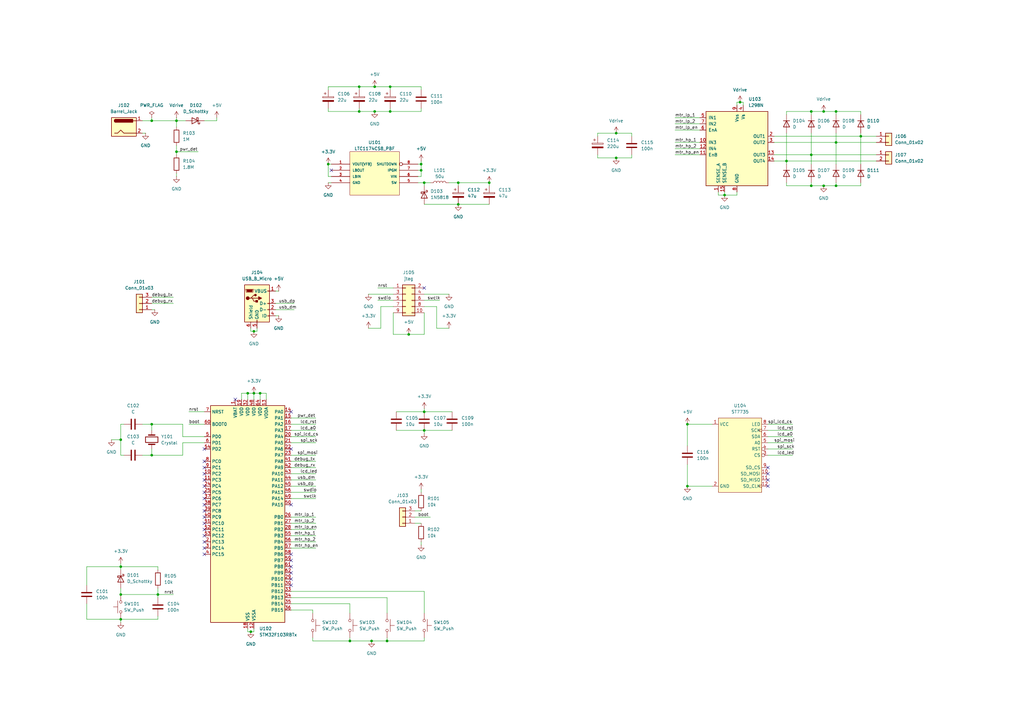
<source format=kicad_sch>
(kicad_sch (version 20231120) (generator "eeschema") (generator_version "8.0")
  (paper "A3")
  (title_block (title "TerrariumController") (rev "A"))
  (lib_symbols
    (symbol "+3.3V_1" (power) (pin_numbers hide) (pin_names (offset 0) hide)
      (property "Value" "+3.3V" (at 0 3.556 0))
      (symbol "+3.3V_1_1_1"
        (pin power_in line (at 0 0 90) (length 0) (name "~") (number "1"))
      )
    )
    (symbol "+5V_1" (power) (pin_numbers hide) (pin_names (offset 0) hide)
      (property "Value" "+5V" (at 0 3.556 0))
      (symbol "+5V_1_1_1"
        (pin power_in line (at 0 0 90) (length 0) (name "~") (number "1"))
      )
    )
    (symbol "Connector:Barrel_Jack" (pin_names (offset 1.016))
      (property "Reference" "J" (at 0 5.334 0))
      (property "Value" "Barrel_Jack" (at 0 -5.08 0))
      (symbol "Barrel_Jack_1_1"
        (pin passive line (at 7.62 2.54 180) (length 2.54) (name "~") (number "1"))
        (pin passive line (at 7.62 -2.54 180) (length 2.54) (name "~") (number "2"))
      )
    )
    (symbol "Connector:USB_B_Micro" (pin_names (offset 1.016))
      (property "Reference" "J" (at -5.08 11.43 0))
      (property "Value" "USB_B_Micro" (at -5.08 8.89 0))
      (symbol "USB_B_Micro_1_1"
        (pin power_out line (at 7.62 5.08 180) (length 2.54) (name "VBUS") (number "1"))
        (pin bidirectional line (at 7.62 -2.54 180) (length 2.54) (name "D-") (number "2"))
        (pin bidirectional line (at 7.62 0 180) (length 2.54) (name "D+") (number "3"))
        (pin passive line (at 7.62 -5.08 180) (length 2.54) (name "ID") (number "4"))
        (pin power_out line (at 0 -10.16 90) (length 2.54) (name "GND") (number "5"))
        (pin passive line (at -2.54 -10.16 90) (length 2.54) (name "Shield") (number "6"))
      )
    )
    (symbol "Connector_Generic:Conn_01x02" (pin_names (offset 1.016) hide)
      (property "Reference" "J" (at 0 2.54 0))
      (property "Value" "Conn_01x02" (at 0 -5.08 0))
      (symbol "Conn_01x02_1_1"
        (pin passive line (at -5.08 0 0) (length 3.81) (name "Pin_1") (number "1"))
        (pin passive line (at -5.08 -2.54 0) (length 3.81) (name "Pin_2") (number "2"))
      )
    )
    (symbol "Connector_Generic:Conn_01x03" (pin_names (offset 1.016) hide)
      (property "Reference" "J" (at 0 5.08 0))
      (property "Value" "Conn_01x03" (at 0 -5.08 0))
      (symbol "Conn_01x03_1_1"
        (pin passive line (at -5.08 2.54 0) (length 3.81) (name "Pin_1") (number "1"))
        (pin passive line (at -5.08 0 0) (length 3.81) (name "Pin_2") (number "2"))
        (pin passive line (at -5.08 -2.54 0) (length 3.81) (name "Pin_3") (number "3"))
      )
    )
    (symbol "Connector_Generic:Conn_02x05_Odd_Even" (pin_names (offset 1.016) hide)
      (property "Reference" "J" (at 1.27 7.62 0))
      (property "Value" "Conn_02x05_Odd_Even" (at 1.27 -7.62 0))
      (symbol "Conn_02x05_Odd_Even_1_1"
        (pin passive line (at -5.08 5.08 0) (length 3.81) (name "Pin_1") (number "1"))
        (pin passive line (at 7.62 -5.08 180) (length 3.81) (name "Pin_10") (number "10"))
        (pin passive line (at 7.62 5.08 180) (length 3.81) (name "Pin_2") (number "2"))
        (pin passive line (at -5.08 2.54 0) (length 3.81) (name "Pin_3") (number "3"))
        (pin passive line (at 7.62 2.54 180) (length 3.81) (name "Pin_4") (number "4"))
        (pin passive line (at -5.08 0 0) (length 3.81) (name "Pin_5") (number "5"))
        (pin passive line (at 7.62 0 180) (length 3.81) (name "Pin_6") (number "6"))
        (pin passive line (at -5.08 -2.54 0) (length 3.81) (name "Pin_7") (number "7"))
        (pin passive line (at 7.62 -2.54 180) (length 3.81) (name "Pin_8") (number "8"))
        (pin passive line (at -5.08 -5.08 0) (length 3.81) (name "Pin_9") (number "9"))
      )
    )
    (symbol "Device:C" (pin_numbers hide) (pin_names (offset 0.254))
      (property "Reference" "C" (at 0.635 2.54 0))
      (property "Value" "C" (at 0.635 -2.54 0))
      (symbol "C_1_1"
        (pin passive line (at 0 3.81 270) (length 2.794) (name "~") (number "1"))
        (pin passive line (at 0 -3.81 90) (length 2.794) (name "~") (number "2"))
      )
    )
    (symbol "Device:C_Polarized" (pin_numbers hide) (pin_names (offset 0.254))
      (property "Reference" "C" (at 0.635 2.54 0))
      (property "Value" "C_Polarized" (at 0.635 -2.54 0))
      (symbol "C_Polarized_1_1"
        (pin passive line (at 0 3.81 270) (length 2.794) (name "~") (number "1"))
        (pin passive line (at 0 -3.81 90) (length 2.794) (name "~") (number "2"))
      )
    )
    (symbol "Device:Crystal" (pin_numbers hide) (pin_names (offset 1.016) hide)
      (property "Reference" "Y" (at 0 3.81 0))
      (property "Value" "Crystal" (at 0 -3.81 0))
      (symbol "Crystal_1_1"
        (pin passive line (at -3.81 0 0) (length 1.27) (name "1") (number "1"))
        (pin passive line (at 3.81 0 180) (length 1.27) (name "2") (number "2"))
      )
    )
    (symbol "Device:D" (pin_numbers hide) (pin_names (offset 1.016) hide)
      (property "Reference" "D" (at 0 2.54 0))
      (property "Value" "D" (at 0 -2.54 0))
      (symbol "D_1_1"
        (pin passive line (at -3.81 0 0) (length 2.54) (name "K") (number "1"))
        (pin passive line (at 3.81 0 180) (length 2.54) (name "A") (number "2"))
      )
    )
    (symbol "Device:D_Schottky" (pin_numbers hide) (pin_names (offset 1.016) hide)
      (property "Reference" "D" (at 0 2.54 0))
      (property "Value" "D_Schottky" (at 0 -2.54 0))
      (symbol "D_Schottky_1_1"
        (pin passive line (at -3.81 0 0) (length 2.54) (name "K") (number "1"))
        (pin passive line (at 3.81 0 180) (length 2.54) (name "A") (number "2"))
      )
    )
    (symbol "Device:L" (pin_numbers hide) (pin_names (offset 1.016) hide)
      (property "Reference" "L" (at -1.27 0 90))
      (property "Value" "L" (at 1.905 0 90))
      (symbol "L_1_1"
        (pin passive line (at 0 3.81 270) (length 1.27) (name "1") (number "1"))
        (pin passive line (at 0 -3.81 90) (length 1.27) (name "2") (number "2"))
      )
    )
    (symbol "Device:R" (pin_numbers hide) (pin_names (offset 0))
      (property "Reference" "R" (at 2.032 0 90))
      (property "Value" "R" (at 0 0 90))
      (symbol "R_1_1"
        (pin passive line (at 0 3.81 270) (length 1.27) (name "~") (number "1"))
        (pin passive line (at 0 -3.81 90) (length 1.27) (name "~") (number "2"))
      )
    )
    (symbol "Diode:1N5818" (pin_numbers hide) (pin_names (offset 1.016) hide)
      (property "Reference" "D" (at 0 2.54 0))
      (property "Value" "1N5818" (at 0 -2.54 0))
      (symbol "1N5818_1_1"
        (pin passive line (at -3.81 0 0) (length 2.54) (name "K") (number "1"))
        (pin passive line (at 3.81 0 180) (length 2.54) (name "A") (number "2"))
      )
    )
    (symbol "Driver_Motor:L298N" (pin_names (offset 1.016))
      (property "Reference" "U" (at -10.16 16.51 0))
      (property "Value" "L298N" (at 12.7 16.51 0))
      (symbol "L298N_1_1"
        (pin power_in line (at -7.62 -17.78 90) (length 2.54) (name "SENSE_A") (number "1"))
        (pin input line (at -15.24 2.54 0) (length 2.54) (name "IN3") (number "10"))
        (pin input line (at -15.24 -2.54 0) (length 2.54) (name "EnB") (number "11"))
        (pin input line (at -15.24 0 0) (length 2.54) (name "IN4") (number "12"))
        (pin output line (at 15.24 -2.54 180) (length 2.54) (name "OUT3") (number "13"))
        (pin output line (at 15.24 -5.08 180) (length 2.54) (name "OUT4") (number "14"))
        (pin power_in line (at -5.08 -17.78 90) (length 2.54) (name "SENSE_B") (number "15"))
        (pin output line (at 15.24 5.08 180) (length 2.54) (name "OUT1") (number "2"))
        (pin output line (at 15.24 2.54 180) (length 2.54) (name "OUT2") (number "3"))
        (pin power_in line (at 2.54 17.78 270) (length 2.54) (name "Vs") (number "4"))
        (pin input line (at -15.24 12.7 0) (length 2.54) (name "IN1") (number "5"))
        (pin input line (at -15.24 7.62 0) (length 2.54) (name "EnA") (number "6"))
        (pin input line (at -15.24 10.16 0) (length 2.54) (name "IN2") (number "7"))
        (pin power_in line (at 0 -17.78 90) (length 2.54) (name "GND") (number "8"))
        (pin power_in line (at 0 17.78 270) (length 2.54) (name "Vss") (number "9"))
      )
    )
    (symbol "GND_1" (power) (pin_numbers hide) (pin_names (offset 0) hide)
      (property "Value" "GND" (at 0 -3.81 0))
      (symbol "GND_1_1_1"
        (pin power_in line (at 0 0 270) (length 0) (name "~") (number "1"))
      )
    )
    (symbol "GND_2" (power) (pin_numbers hide) (pin_names (offset 0) hide)
      (property "Value" "GND" (at 0 -3.81 0))
      (symbol "GND_2_1_1"
        (pin power_in line (at 0 0 270) (length 0) (name "~") (number "1"))
      )
    )
    (symbol "LTC1174CS8_PBF:LTC1174CS8_PBF" (pin_names (offset 1.016))
      (property "Reference" "U101" (at 17.78 8.89 0))
      (property "Value" "LTC1174CS8_PBF" (at 17.78 6.35 0))
      (symbol "LTC1174CS8_PBF_0_0"
        (pin output line (at 0 -2.54 0) (length 7.62) (name "LBOUT") (number "2"))
        (pin input line (at 0 -5.08 0) (length 7.62) (name "LBIN") (number "3"))
        (pin power_in line (at 0 -7.62 0) (length 7.62) (name "GND") (number "4"))
        (pin passive line (at 35.56 -7.62 180) (length 7.62) (name "SW") (number "5"))
        (pin input line (at 35.56 -5.08 180) (length 7.62) (name "VIN") (number "6"))
        (pin passive line (at 35.56 -2.54 180) (length 7.62) (name "IPGM") (number "7"))
      )
      (symbol "LTC1174CS8_PBF_1_0"
        (pin power_out line (at 0 0 0) (length 7.62) (name "VOUT(VFB)") (number "1"))
        (pin passive inverted (at 35.56 0 180) (length 7.62) (name "SHUTDOWN") (number "8"))
      )
    )
    (symbol "MCU_ST_STM32F1:STM32F103RBTx"
      (property "Reference" "U" (at -15.24 46.99 0))
      (property "Value" "STM32F103RBTx" (at 10.16 46.99 0))
      (symbol "STM32F103RBTx_1_1"
        (pin power_in line (at -5.08 48.26 270) (length 2.54) (name "VBAT") (number "1"))
        (pin bidirectional line (at -17.78 17.78 0) (length 2.54) (name "PC2") (number "10"))
        (pin bidirectional line (at -17.78 15.24 0) (length 2.54) (name "PC3") (number "11"))
        (pin power_in line (at 2.54 -45.72 90) (length 2.54) (name "VSSA") (number "12"))
        (pin power_in line (at 7.62 48.26 270) (length 2.54) (name "VDDA") (number "13"))
        (pin bidirectional line (at 17.78 43.18 180) (length 2.54) (name "PA0") (number "14"))
        (pin bidirectional line (at 17.78 40.64 180) (length 2.54) (name "PA1") (number "15"))
        (pin bidirectional line (at 17.78 38.1 180) (length 2.54) (name "PA2") (number "16"))
        (pin bidirectional line (at 17.78 35.56 180) (length 2.54) (name "PA3") (number "17"))
        (pin power_in line (at 0 -45.72 90) (length 2.54) (name "VSS") (number "18"))
        (pin power_in line (at -2.54 48.26 270) (length 2.54) (name "VDD") (number "19"))
        (pin bidirectional line (at -17.78 -10.16 0) (length 2.54) (name "PC13") (number "2"))
        (pin bidirectional line (at 17.78 33.02 180) (length 2.54) (name "PA4") (number "20"))
        (pin bidirectional line (at 17.78 30.48 180) (length 2.54) (name "PA5") (number "21"))
        (pin bidirectional line (at 17.78 27.94 180) (length 2.54) (name "PA6") (number "22"))
        (pin bidirectional line (at 17.78 25.4 180) (length 2.54) (name "PA7") (number "23"))
        (pin bidirectional line (at -17.78 12.7 0) (length 2.54) (name "PC4") (number "24"))
        (pin bidirectional line (at -17.78 10.16 0) (length 2.54) (name "PC5") (number "25"))
        (pin bidirectional line (at 17.78 0 180) (length 2.54) (name "PB0") (number "26"))
        (pin bidirectional line (at 17.78 -2.54 180) (length 2.54) (name "PB1") (number "27"))
        (pin bidirectional line (at 17.78 -5.08 180) (length 2.54) (name "PB2") (number "28"))
        (pin bidirectional line (at 17.78 -25.4 180) (length 2.54) (name "PB10") (number "29"))
        (pin bidirectional line (at -17.78 -12.7 0) (length 2.54) (name "PC14") (number "3"))
        (pin bidirectional line (at 17.78 -27.94 180) (length 2.54) (name "PB11") (number "30"))
        (pin passive line (at 0 -45.72 90) (length 2.54) hide (name "VSS") (number "31"))
        (pin power_in line (at 0 48.26 270) (length 2.54) (name "VDD") (number "32"))
        (pin bidirectional line (at 17.78 -30.48 180) (length 2.54) (name "PB12") (number "33"))
        (pin bidirectional line (at 17.78 -33.02 180) (length 2.54) (name "PB13") (number "34"))
        (pin bidirectional line (at 17.78 -35.56 180) (length 2.54) (name "PB14") (number "35"))
        (pin bidirectional line (at 17.78 -38.1 180) (length 2.54) (name "PB15") (number "36"))
        (pin bidirectional line (at -17.78 7.62 0) (length 2.54) (name "PC6") (number "37"))
        (pin bidirectional line (at -17.78 5.08 0) (length 2.54) (name "PC7") (number "38"))
        (pin bidirectional line (at -17.78 2.54 0) (length 2.54) (name "PC8") (number "39"))
        (pin bidirectional line (at -17.78 -15.24 0) (length 2.54) (name "PC15") (number "4"))
        (pin bidirectional line (at -17.78 0 0) (length 2.54) (name "PC9") (number "40"))
        (pin bidirectional line (at 17.78 22.86 180) (length 2.54) (name "PA8") (number "41"))
        (pin bidirectional line (at 17.78 20.32 180) (length 2.54) (name "PA9") (number "42"))
        (pin bidirectional line (at 17.78 17.78 180) (length 2.54) (name "PA10") (number "43"))
        (pin bidirectional line (at 17.78 15.24 180) (length 2.54) (name "PA11") (number "44"))
        (pin bidirectional line (at 17.78 12.7 180) (length 2.54) (name "PA12") (number "45"))
        (pin bidirectional line (at 17.78 10.16 180) (length 2.54) (name "PA13") (number "46"))
        (pin passive line (at 0 -45.72 90) (length 2.54) hide (name "VSS") (number "47"))
        (pin power_in line (at 2.54 48.26 270) (length 2.54) (name "VDD") (number "48"))
        (pin bidirectional line (at 17.78 7.62 180) (length 2.54) (name "PA14") (number "49"))
        (pin bidirectional line (at -17.78 33.02 0) (length 2.54) (name "PD0") (number "5"))
        (pin bidirectional line (at 17.78 5.08 180) (length 2.54) (name "PA15") (number "50"))
        (pin bidirectional line (at -17.78 -2.54 0) (length 2.54) (name "PC10") (number "51"))
        (pin bidirectional line (at -17.78 -5.08 0) (length 2.54) (name "PC11") (number "52"))
        (pin bidirectional line (at -17.78 -7.62 0) (length 2.54) (name "PC12") (number "53"))
        (pin bidirectional line (at -17.78 27.94 0) (length 2.54) (name "PD2") (number "54"))
        (pin bidirectional line (at 17.78 -7.62 180) (length 2.54) (name "PB3") (number "55"))
        (pin bidirectional line (at 17.78 -10.16 180) (length 2.54) (name "PB4") (number "56"))
        (pin bidirectional line (at 17.78 -12.7 180) (length 2.54) (name "PB5") (number "57"))
        (pin bidirectional line (at 17.78 -15.24 180) (length 2.54) (name "PB6") (number "58"))
        (pin bidirectional line (at 17.78 -17.78 180) (length 2.54) (name "PB7") (number "59"))
        (pin bidirectional line (at -17.78 30.48 0) (length 2.54) (name "PD1") (number "6"))
        (pin input line (at -17.78 38.1 0) (length 2.54) (name "BOOT0") (number "60"))
        (pin bidirectional line (at 17.78 -20.32 180) (length 2.54) (name "PB8") (number "61"))
        (pin bidirectional line (at 17.78 -22.86 180) (length 2.54) (name "PB9") (number "62"))
        (pin passive line (at 0 -45.72 90) (length 2.54) hide (name "VSS") (number "63"))
        (pin power_in line (at 5.08 48.26 270) (length 2.54) (name "VDD") (number "64"))
        (pin input line (at -17.78 43.18 0) (length 2.54) (name "NRST") (number "7"))
        (pin bidirectional line (at -17.78 22.86 0) (length 2.54) (name "PC0") (number "8"))
        (pin bidirectional line (at -17.78 20.32 0) (length 2.54) (name "PC1") (number "9"))
      )
    )
    (symbol "ST7735_1"
      (property "Reference" "U" (at 0 3.81 0))
      (property "Value" "ST7735" (at 0 1.524 0))
      (symbol "ST7735_1_1_1"
        (pin power_in line (at -11.43 -2.54 0) (length 2.54) (name "VCC") (number "1"))
        (pin output line (at 11.43 -22.86 180) (length 2.54) (name "SD_MOSI") (number "10"))
        (pin input line (at 11.43 -25.4 180) (length 2.54) (name "SD_MISO") (number "11"))
        (pin output clock (at 11.43 -27.94 180) (length 2.54) (name "SD_CLK") (number "12"))
        (pin power_in line (at -11.43 -27.94 0) (length 2.54) (name "GND") (number "2"))
        (pin input inverted (at 11.43 -15.24 180) (length 2.54) (name "CS") (number "3"))
        (pin input inverted (at 11.43 -12.7 180) (length 2.54) (name "RST") (number "4"))
        (pin input line (at 11.43 -10.16 180) (length 2.54) (name "A0") (number "5"))
        (pin bidirectional line (at 11.43 -7.62 180) (length 2.54) (name "SDA") (number "6"))
        (pin input clock (at 11.43 -5.08 180) (length 2.54) (name "SCK") (number "7"))
        (pin input line (at 11.43 -2.54 180) (length 2.54) (name "LED") (number "8"))
        (pin output line (at 11.43 -20.32 180) (length 2.54) (name "SD_CS") (number "9"))
      )
    )
    (symbol "Switch:SW_Push" (pin_numbers hide) (pin_names (offset 1.016) hide)
      (property "Reference" "SW" (at 1.27 2.54 0))
      (property "Value" "SW_Push" (at 0 -1.524 0))
      (symbol "SW_Push_0_1"
        (pin passive line (at -5.08 0 0) (length 2.54) (name "1") (number "1"))
        (pin passive line (at 5.08 0 180) (length 2.54) (name "2") (number "2"))
      )
    )
    (symbol "power:PWR_FLAG" (power) (pin_numbers hide) (pin_names (offset 0) hide)
      (property "Value" "PWR_FLAG" (at 0 3.81 0))
      (symbol "PWR_FLAG_0_0"
        (pin power_out line (at 0 0 90) (length 0) (name "~") (number "1"))
      )
    )
    (symbol "power:Vdrive" (power) (pin_numbers hide) (pin_names (offset 0) hide)
      (property "Value" "Vdrive" (at 0 3.556 0))
      (symbol "Vdrive_1_1"
        (pin power_in line (at 0 0 90) (length 0) (name "~") (number "1"))
      )
    )
  )
  (junction (at 281.94 173.99))
  (junction (at 62.23 173.99))
  (junction (at 49.53 243.84))
  (junction (at 337.82 76.2))
  (junction (at 173.99 168.91))
  (junction (at 49.53 180.34))
  (junction (at 160.02 35.56))
  (junction (at 173.99 176.53))
  (junction (at 49.53 254))
  (junction (at 49.53 232.41))
  (junction (at 322.58 66.04))
  (junction (at 158.75 262.89))
  (junction (at 160.02 45.72))
  (junction (at 172.72 69.85))
  (junction (at 62.23 49.53))
  (junction (at 167.64 137.16))
  (junction (at 147.32 45.72))
  (junction (at 303.53 41.91))
  (junction (at 252.73 54.61))
  (junction (at 106.68 161.29))
  (junction (at 332.74 45.72))
  (junction (at 342.9 45.72))
  (junction (at 153.67 45.72))
  (junction (at 104.14 135.89))
  (junction (at 172.72 67.31))
  (junction (at 101.6 161.29))
  (junction (at 134.62 67.31))
  (junction (at 72.39 62.23))
  (junction (at 152.4 262.89))
  (junction (at 64.77 243.84))
  (junction (at 342.9 58.42))
  (junction (at 332.74 63.5))
  (junction (at 332.74 76.2))
  (junction (at 200.66 74.93))
  (junction (at 297.18 80.01))
  (junction (at 187.96 74.93))
  (junction (at 143.51 262.89))
  (junction (at 281.94 199.39))
  (junction (at 102.87 259.08))
  (junction (at 342.9 76.2))
  (junction (at 147.32 35.56))
  (junction (at 104.14 161.29))
  (junction (at 337.82 45.72))
  (junction (at 173.99 74.93))
  (junction (at 187.96 83.82))
  (junction (at 153.67 35.56))
  (junction (at 252.73 64.77))
  (junction (at 353.06 55.88))
  (junction (at 62.23 186.69))
  (junction (at 72.39 49.53))
  (no_connect (at 135.89 69.85))
  (no_connect (at 314.96 194.31))
  (no_connect (at 119.38 184.15))
  (no_connect (at 119.38 234.95))
  (no_connect (at 314.96 196.85))
  (no_connect (at 83.82 222.25))
  (no_connect (at 83.82 217.17))
  (no_connect (at 119.38 229.87))
  (no_connect (at 173.99 118.11))
  (no_connect (at 119.38 227.33))
  (no_connect (at 314.96 199.39))
  (no_connect (at 83.82 191.77))
  (no_connect (at 83.82 219.71))
  (no_connect (at 119.38 232.41))
  (no_connect (at 314.96 191.77))
  (no_connect (at 83.82 201.93))
  (no_connect (at 83.82 189.23))
  (no_connect (at 83.82 209.55))
  (no_connect (at 83.82 184.15))
  (no_connect (at 83.82 212.09))
  (no_connect (at 119.38 237.49))
  (no_connect (at 83.82 196.85))
  (no_connect (at 83.82 214.63))
  (no_connect (at 83.82 194.31))
  (no_connect (at 119.38 168.91))
  (no_connect (at 83.82 224.79))
  (no_connect (at 119.38 240.03))
  (no_connect (at 83.82 227.33))
  (no_connect (at 119.38 207.01))
  (no_connect (at 83.82 207.01))
  (no_connect (at 83.82 199.39))
  (no_connect (at 83.82 204.47))
  (no_connect (at 96.52 163.83))
  (wire (pts (xy 172.72 222.25) (xy 172.72 223.52)))
  (wire (pts (xy 342.9 54.61) (xy 342.9 58.42)))
  (wire (pts (xy 317.5 66.04) (xy 322.58 66.04)))
  (wire (pts (xy 317.5 55.88) (xy 353.06 55.88)))
  (wire (pts (xy 49.53 173.99) (xy 50.8 173.99)))
  (wire (pts (xy 173.99 176.53) (xy 185.42 176.53)))
  (wire (pts (xy 179.07 125.73) (xy 179.07 134.62)))
  (wire (pts (xy 187.96 74.93) (xy 200.66 74.93)))
  (wire (pts (xy 353.06 55.88) (xy 359.41 55.88)))
  (wire (pts (xy 105.41 135.89) (xy 105.41 134.62)))
  (wire (pts (xy 173.99 76.2) (xy 173.99 74.93)))
  (wire (pts (xy 245.11 63.5) (xy 245.11 64.77)))
  (wire (pts (xy 342.9 76.2) (xy 353.06 76.2)))
  (wire (pts (xy 119.38 176.53) (xy 129.54 176.53)))
  (wire (pts (xy 72.39 62.23) (xy 81.28 62.23)))
  (wire (pts (xy 314.96 184.15) (xy 325.12 184.15)))
  (wire (pts (xy 62.23 121.92) (xy 71.12 121.92)))
  (wire (pts (xy 167.64 137.16) (xy 173.99 137.16)))
  (wire (pts (xy 62.23 173.99) (xy 62.23 176.53)))
  (wire (pts (xy 119.38 171.45) (xy 129.54 171.45)))
  (wire (pts (xy 50.8 186.69) (xy 49.53 186.69)))
  (wire (pts (xy 119.38 242.57) (xy 173.99 242.57)))
  (wire (pts (xy 62.23 127) (xy 63.5 127)))
  (wire (pts (xy 332.74 45.72) (xy 337.82 45.72)))
  (wire (pts (xy 134.62 45.72) (xy 147.32 45.72)))
  (wire (pts (xy 119.38 224.79) (xy 129.54 224.79)))
  (wire (pts (xy 162.56 176.53) (xy 173.99 176.53)))
  (wire (pts (xy 102.87 134.62) (xy 102.87 135.89)))
  (wire (pts (xy 72.39 48.26) (xy 72.39 49.53)))
  (wire (pts (xy 128.27 261.62) (xy 128.27 262.89)))
  (wire (pts (xy 64.77 232.41) (xy 64.77 233.68)))
  (wire (pts (xy 322.58 66.04) (xy 322.58 67.31)))
  (wire (pts (xy 158.75 262.89) (xy 173.99 262.89)))
  (wire (pts (xy 35.56 240.03) (xy 35.56 232.41)))
  (wire (pts (xy 106.68 161.29) (xy 109.22 161.29)))
  (wire (pts (xy 170.18 214.63) (xy 172.72 214.63)))
  (wire (pts (xy 170.18 209.55) (xy 172.72 209.55)))
  (wire (pts (xy 147.32 44.45) (xy 147.32 45.72)))
  (wire (pts (xy 332.74 54.61) (xy 332.74 63.5)))
  (wire (pts (xy 77.47 168.91) (xy 83.82 168.91)))
  (wire (pts (xy 173.99 262.89) (xy 173.99 261.62)))
  (wire (pts (xy 101.6 161.29) (xy 101.6 163.83)))
  (wire (pts (xy 99.06 161.29) (xy 101.6 161.29)))
  (wire (pts (xy 88.9 48.26) (xy 88.9 49.53)))
  (wire (pts (xy 276.86 63.5) (xy 287.02 63.5)))
  (wire (pts (xy 72.39 49.53) (xy 76.2 49.53)))
  (wire (pts (xy 104.14 161.29) (xy 106.68 161.29)))
  (wire (pts (xy 302.26 43.18) (xy 302.26 41.91)))
  (wire (pts (xy 119.38 173.99) (xy 129.54 173.99)))
  (wire (pts (xy 153.67 35.56) (xy 160.02 35.56)))
  (wire (pts (xy 143.51 261.62) (xy 143.51 262.89)))
  (wire (pts (xy 173.99 120.65) (xy 184.15 120.65)))
  (wire (pts (xy 134.62 67.31) (xy 135.89 67.31)))
  (wire (pts (xy 187.96 83.82) (xy 200.66 83.82)))
  (wire (pts (xy 179.07 134.62) (xy 184.15 134.62)))
  (wire (pts (xy 62.23 49.53) (xy 72.39 49.53)))
  (wire (pts (xy 161.29 128.27) (xy 161.29 137.16)))
  (wire (pts (xy 259.08 54.61) (xy 259.08 55.88)))
  (wire (pts (xy 49.53 232.41) (xy 64.77 232.41)))
  (wire (pts (xy 83.82 181.61) (xy 74.93 181.61)))
  (wire (pts (xy 49.53 255.27) (xy 49.53 254)))
  (wire (pts (xy 172.72 66.04) (xy 172.72 67.31)))
  (wire (pts (xy 245.11 64.77) (xy 252.73 64.77)))
  (wire (pts (xy 134.62 36.83) (xy 134.62 35.56)))
  (wire (pts (xy 276.86 48.26) (xy 287.02 48.26)))
  (wire (pts (xy 281.94 173.99) (xy 281.94 182.88)))
  (wire (pts (xy 58.42 173.99) (xy 62.23 173.99)))
  (wire (pts (xy 160.02 35.56) (xy 160.02 36.83)))
  (wire (pts (xy 72.39 49.53) (xy 72.39 52.07)))
  (wire (pts (xy 171.45 69.85) (xy 172.72 69.85)))
  (wire (pts (xy 64.77 243.84) (xy 71.12 243.84)))
  (wire (pts (xy 314.96 176.53) (xy 325.12 176.53)))
  (wire (pts (xy 119.38 179.07) (xy 129.54 179.07)))
  (wire (pts (xy 119.38 219.71) (xy 129.54 219.71)))
  (wire (pts (xy 160.02 45.72) (xy 172.72 45.72)))
  (wire (pts (xy 171.45 67.31) (xy 172.72 67.31)))
  (wire (pts (xy 35.56 254) (xy 49.53 254)))
  (wire (pts (xy 106.68 161.29) (xy 106.68 163.83)))
  (wire (pts (xy 173.99 167.64) (xy 173.99 168.91)))
  (wire (pts (xy 297.18 80.01) (xy 302.26 80.01)))
  (wire (pts (xy 332.74 45.72) (xy 332.74 46.99)))
  (wire (pts (xy 322.58 54.61) (xy 322.58 66.04)))
  (wire (pts (xy 245.11 55.88) (xy 245.11 54.61)))
  (wire (pts (xy 297.18 78.74) (xy 297.18 80.01)))
  (wire (pts (xy 173.99 123.19) (xy 180.34 123.19)))
  (wire (pts (xy 252.73 54.61) (xy 259.08 54.61)))
  (wire (pts (xy 64.77 243.84) (xy 64.77 245.11)))
  (wire (pts (xy 245.11 54.61) (xy 252.73 54.61)))
  (wire (pts (xy 342.9 58.42) (xy 342.9 67.31)))
  (wire (pts (xy 134.62 72.39) (xy 134.62 67.31)))
  (wire (pts (xy 187.96 76.2) (xy 187.96 74.93)))
  (wire (pts (xy 58.42 49.53) (xy 62.23 49.53)))
  (wire (pts (xy 135.89 72.39) (xy 134.62 72.39)))
  (wire (pts (xy 322.58 74.93) (xy 322.58 76.2)))
  (wire (pts (xy 64.77 254) (xy 64.77 252.73)))
  (wire (pts (xy 62.23 48.26) (xy 62.23 49.53)))
  (wire (pts (xy 72.39 62.23) (xy 72.39 63.5)))
  (wire (pts (xy 337.82 45.72) (xy 342.9 45.72)))
  (wire (pts (xy 104.14 161.29) (xy 104.14 163.83)))
  (wire (pts (xy 173.99 125.73) (xy 179.07 125.73)))
  (wire (pts (xy 119.38 247.65) (xy 143.51 247.65)))
  (wire (pts (xy 134.62 35.56) (xy 147.32 35.56)))
  (wire (pts (xy 64.77 241.3) (xy 64.77 243.84)))
  (wire (pts (xy 353.06 76.2) (xy 353.06 74.93)))
  (wire (pts (xy 49.53 186.69) (xy 49.53 180.34)))
  (wire (pts (xy 119.38 204.47) (xy 129.54 204.47)))
  (wire (pts (xy 161.29 120.65) (xy 151.13 120.65)))
  (wire (pts (xy 342.9 58.42) (xy 359.41 58.42)))
  (wire (pts (xy 102.87 259.08) (xy 104.14 259.08)))
  (wire (pts (xy 332.74 63.5) (xy 332.74 67.31)))
  (wire (pts (xy 304.8 41.91) (xy 304.8 43.18)))
  (wire (pts (xy 332.74 63.5) (xy 359.41 63.5)))
  (wire (pts (xy 119.38 199.39) (xy 129.54 199.39)))
  (wire (pts (xy 161.29 125.73) (xy 156.21 125.73)))
  (wire (pts (xy 314.96 181.61) (xy 325.12 181.61)))
  (wire (pts (xy 317.5 58.42) (xy 342.9 58.42)))
  (wire (pts (xy 314.96 179.07) (xy 325.12 179.07)))
  (wire (pts (xy 49.53 254) (xy 64.77 254)))
  (wire (pts (xy 276.86 53.34) (xy 287.02 53.34)))
  (wire (pts (xy 134.62 74.93) (xy 135.89 74.93)))
  (wire (pts (xy 119.38 201.93) (xy 129.54 201.93)))
  (wire (pts (xy 156.21 125.73) (xy 156.21 134.62)))
  (wire (pts (xy 160.02 44.45) (xy 160.02 45.72)))
  (wire (pts (xy 292.1 199.39) (xy 281.94 199.39)))
  (wire (pts (xy 113.03 124.46) (xy 120.65 124.46)))
  (wire (pts (xy 62.23 184.15) (xy 62.23 186.69)))
  (wire (pts (xy 119.38 196.85) (xy 129.54 196.85)))
  (wire (pts (xy 147.32 45.72) (xy 153.67 45.72)))
  (wire (pts (xy 35.56 247.65) (xy 35.56 254)))
  (wire (pts (xy 337.82 76.2) (xy 342.9 76.2)))
  (wire (pts (xy 173.99 242.57) (xy 173.99 251.46)))
  (wire (pts (xy 342.9 74.93) (xy 342.9 76.2)))
  (wire (pts (xy 152.4 262.89) (xy 158.75 262.89)))
  (wire (pts (xy 302.26 80.01) (xy 302.26 78.74)))
  (wire (pts (xy 158.75 261.62) (xy 158.75 262.89)))
  (wire (pts (xy 113.03 127) (xy 120.65 127)))
  (wire (pts (xy 317.5 63.5) (xy 332.74 63.5)))
  (wire (pts (xy 302.26 41.91) (xy 303.53 41.91)))
  (wire (pts (xy 128.27 262.89) (xy 143.51 262.89)))
  (wire (pts (xy 62.23 124.46) (xy 71.12 124.46)))
  (wire (pts (xy 156.21 134.62) (xy 151.13 134.62)))
  (wire (pts (xy 109.22 161.29) (xy 109.22 163.83)))
  (wire (pts (xy 88.9 49.53) (xy 83.82 49.53)))
  (wire (pts (xy 72.39 59.69) (xy 72.39 62.23)))
  (wire (pts (xy 72.39 71.12) (xy 72.39 72.39)))
  (wire (pts (xy 259.08 64.77) (xy 259.08 63.5)))
  (wire (pts (xy 49.53 180.34) (xy 49.53 173.99)))
  (wire (pts (xy 99.06 163.83) (xy 99.06 161.29)))
  (wire (pts (xy 101.6 257.81) (xy 101.6 259.08)))
  (wire (pts (xy 101.6 161.29) (xy 104.14 161.29)))
  (wire (pts (xy 184.15 74.93) (xy 187.96 74.93)))
  (wire (pts (xy 314.96 173.99) (xy 325.12 173.99)))
  (wire (pts (xy 252.73 64.77) (xy 259.08 64.77)))
  (wire (pts (xy 161.29 137.16) (xy 167.64 137.16)))
  (wire (pts (xy 83.82 179.07) (xy 74.93 179.07)))
  (wire (pts (xy 353.06 45.72) (xy 353.06 46.99)))
  (wire (pts (xy 276.86 60.96) (xy 287.02 60.96)))
  (wire (pts (xy 276.86 50.8) (xy 287.02 50.8)))
  (wire (pts (xy 153.67 45.72) (xy 160.02 45.72)))
  (wire (pts (xy 119.38 181.61) (xy 129.54 181.61)))
  (wire (pts (xy 119.38 250.19) (xy 128.27 250.19)))
  (wire (pts (xy 172.72 72.39) (xy 172.72 69.85)))
  (wire (pts (xy 62.23 186.69) (xy 74.93 186.69)))
  (wire (pts (xy 173.99 176.53) (xy 173.99 177.8)))
  (wire (pts (xy 77.47 173.99) (xy 83.82 173.99)))
  (wire (pts (xy 58.42 186.69) (xy 62.23 186.69)))
  (wire (pts (xy 119.38 191.77) (xy 129.54 191.77)))
  (wire (pts (xy 173.99 83.82) (xy 187.96 83.82)))
  (wire (pts (xy 147.32 35.56) (xy 147.32 36.83)))
  (wire (pts (xy 281.94 173.99) (xy 292.1 173.99)))
  (wire (pts (xy 49.53 243.84) (xy 64.77 243.84)))
  (wire (pts (xy 134.62 44.45) (xy 134.62 45.72)))
  (wire (pts (xy 173.99 74.93) (xy 171.45 74.93)))
  (wire (pts (xy 35.56 232.41) (xy 49.53 232.41)))
  (wire (pts (xy 322.58 66.04) (xy 359.41 66.04)))
  (wire (pts (xy 147.32 35.56) (xy 153.67 35.56)))
  (wire (pts (xy 332.74 76.2) (xy 337.82 76.2)))
  (wire (pts (xy 49.53 231.14) (xy 49.53 232.41)))
  (wire (pts (xy 104.14 259.08) (xy 104.14 257.81)))
  (wire (pts (xy 342.9 45.72) (xy 353.06 45.72)))
  (wire (pts (xy 143.51 262.89) (xy 152.4 262.89)))
  (wire (pts (xy 119.38 217.17) (xy 129.54 217.17)))
  (wire (pts (xy 102.87 135.89) (xy 104.14 135.89)))
  (wire (pts (xy 113.03 119.38) (xy 114.3 119.38)))
  (wire (pts (xy 74.93 179.07) (xy 74.93 173.99)))
  (wire (pts (xy 49.53 241.3) (xy 49.53 243.84)))
  (wire (pts (xy 314.96 186.69) (xy 325.12 186.69)))
  (wire (pts (xy 119.38 189.23) (xy 129.54 189.23)))
  (wire (pts (xy 172.72 200.66) (xy 172.72 201.93)))
  (wire (pts (xy 158.75 245.11) (xy 158.75 251.46)))
  (wire (pts (xy 119.38 214.63) (xy 129.54 214.63)))
  (wire (pts (xy 119.38 194.31) (xy 129.54 194.31)))
  (wire (pts (xy 173.99 168.91) (xy 185.42 168.91)))
  (wire (pts (xy 119.38 212.09) (xy 129.54 212.09)))
  (wire (pts (xy 322.58 76.2) (xy 332.74 76.2)))
  (wire (pts (xy 162.56 168.91) (xy 173.99 168.91)))
  (wire (pts (xy 172.72 35.56) (xy 172.72 36.83)))
  (wire (pts (xy 160.02 35.56) (xy 172.72 35.56)))
  (wire (pts (xy 294.64 78.74) (xy 294.64 80.01)))
  (wire (pts (xy 101.6 259.08) (xy 102.87 259.08)))
  (wire (pts (xy 74.93 181.61) (xy 74.93 186.69)))
  (wire (pts (xy 154.94 123.19) (xy 161.29 123.19)))
  (wire (pts (xy 332.74 74.93) (xy 332.74 76.2)))
  (wire (pts (xy 62.23 173.99) (xy 74.93 173.99)))
  (wire (pts (xy 353.06 54.61) (xy 353.06 55.88)))
  (wire (pts (xy 128.27 251.46) (xy 128.27 250.19)))
  (wire (pts (xy 173.99 74.93) (xy 176.53 74.93)))
  (wire (pts (xy 294.64 80.01) (xy 297.18 80.01)))
  (wire (pts (xy 119.38 245.11) (xy 158.75 245.11)))
  (wire (pts (xy 59.69 54.61) (xy 58.42 54.61)))
  (wire (pts (xy 170.18 212.09) (xy 176.53 212.09)))
  (wire (pts (xy 342.9 45.72) (xy 342.9 46.99)))
  (wire (pts (xy 143.51 247.65) (xy 143.51 251.46)))
  (wire (pts (xy 281.94 190.5) (xy 281.94 199.39)))
  (wire (pts (xy 45.72 180.34) (xy 49.53 180.34)))
  (wire (pts (xy 172.72 69.85) (xy 172.72 67.31)))
  (wire (pts (xy 303.53 41.91) (xy 304.8 41.91)))
  (wire (pts (xy 276.86 58.42) (xy 287.02 58.42)))
  (wire (pts (xy 173.99 128.27) (xy 173.99 137.16)))
  (wire (pts (xy 172.72 44.45) (xy 172.72 45.72)))
  (wire (pts (xy 104.14 135.89) (xy 105.41 135.89)))
  (wire (pts (xy 322.58 46.99) (xy 322.58 45.72)))
  (wire (pts (xy 113.03 129.54) (xy 114.3 129.54)))
  (wire (pts (xy 322.58 45.72) (xy 332.74 45.72)))
  (wire (pts (xy 119.38 222.25) (xy 129.54 222.25)))
  (wire (pts (xy 49.53 232.41) (xy 49.53 233.68)))
  (wire (pts (xy 171.45 72.39) (xy 172.72 72.39)))
  (wire (pts (xy 200.66 76.2) (xy 200.66 74.93)))
  (wire (pts (xy 119.38 186.69) (xy 129.54 186.69)))
  (wire (pts (xy 353.06 55.88) (xy 353.06 67.31)))
  (wire (pts (xy 154.94 118.11) (xy 161.29 118.11)))
  (label "nrst" (at 77.47 168.91 0))
  (label "spi_sck" (at 318.77 184.15 0))
  (label "mtr_lp_en" (at 120.65 217.17 0))
  (label "debug_rx" (at 120.65 191.77 0))
  (label "usb_dp" (at 121.92 199.39 0))
  (label "mtr_lp_2" (at 276.86 50.8 0))
  (label "mtr_lp_1" (at 120.65 212.09 0))
  (label "usb_dm" (at 114.3 127 0))
  (label "lcd_rst" (at 318.77 176.53 0))
  (label "mtr_lp_en" (at 276.86 53.34 0))
  (label "swdio" (at 124.46 201.93 0))
  (label "lcd_led" (at 318.77 186.69 0))
  (label "mtr_hp_1" (at 120.65 219.71 0))
  (label "mtr_hp_en" (at 276.86 63.5 0))
  (label "lcd_a0" (at 318.77 179.07 0))
  (label "spi_lcd_cs" (at 120.65 179.07 0))
  (label "usb_dm" (at 121.92 196.85 0))
  (label "pwr_det" (at 121.92 171.45 0))
  (label "swdio" (at 154.94 123.19 0))
  (label "spi_mosi" (at 121.92 186.69 0))
  (label "mtr_lp_2" (at 120.65 214.63 0))
  (label "swclk" (at 124.46 204.47 0))
  (label "debug_tx" (at 62.23 121.92 0))
  (label "boot" (at 77.47 173.99 0))
  (label "lcd_a0" (at 123.19 176.53 0))
  (label "mtr_hp_en" (at 120.65 224.79 0))
  (label "mtr_hp_2" (at 120.65 222.25 0))
  (label "nrst" (at 154.94 118.11 0))
  (label "nrst" (at 67.31 243.84 0))
  (label "debug_tx" (at 120.65 189.23 0))
  (label "boot" (at 171.45 212.09 0))
  (label "spi_mosi" (at 317.5 181.61 0))
  (label "spi_sck" (at 123.19 181.61 0))
  (label "lcd_rst" (at 123.19 173.99 0))
  (label "lcd_led" (at 123.19 194.31 0))
  (label "mtr_hp_2" (at 276.86 60.96 0))
  (label "pwr_det" (at 73.66 62.23 0))
  (label "mtr_hp_1" (at 276.86 58.42 0))
  (label "spi_lcd_cs" (at 314.96 173.99 0))
  (label "swclk" (at 175.26 123.19 0))
  (label "debug_rx" (at 62.23 124.46 0))
  (label "usb_dp" (at 114.3 124.46 0))
  (label "mtr_lp_1" (at 276.86 48.26 0))
  (symbol (lib_name "+5V_1") (lib_id "power:+5V") (at 114.3 119.38 0) (unit 1)
    (property "Reference" "#PWR0112" (effects (hide yes)))
    (property "Value" "+5V" (at 114.3 114.3 0))
    (property "Description" "Power symbol creates a global label with name \"+5V\"" (effects (hide yes)))
  )
  (symbol (lib_id "power:PWR_FLAG") (at 62.23 48.26 0) (unit 1)
    (property "Reference" "#FLG0101" (effects (hide yes)))
    (property "Value" "PWR_FLAG" (at 62.23 43.18 0))
    (property "Description" "Special symbol for telling ERC where power comes from" (effects (hide yes)))
  )
  (symbol (lib_id "Device:C") (at 54.61 173.99 90) (unit 1)
    (property "Reference" "C102" (at 54.61 166.37 90))
    (property "Value" "C" (at 54.61 168.91 90))
  )
  (symbol (lib_name "+5V_1") (lib_id "power:+5V") (at 167.64 137.16 0) (unit 1)
    (property "Reference" "#PWR0125" (effects (hide yes)))
    (property "Value" "+5V" (at 167.64 132.08 0))
    (property "Description" "Power symbol creates a global label with name \"+5V\"" (effects (hide yes)))
  )
  (symbol (lib_id "Device:R") (at 172.72 205.74 0) (unit 1)
    (property "Reference" "R101" (at 175.26 204.47 0) (effects (justify left)))
    (property "Value" "10k" (at 175.26 207.01 0) (effects (justify left)))
  )
  (symbol (lib_name "+3.3V_1") (lib_id "power:+3.3V") (at 173.99 167.64 0) (unit 1)
    (property "Reference" "#PWR0116" (effects (hide yes)))
    (property "Value" "+3.3V" (at 173.99 162.56 0))
    (property "Description" "Power symbol creates a global label with name \"+3.3V\"" (effects (hide yes)))
  )
  (symbol (lib_id "Device:L") (at 180.34 74.93 90) (unit 1)
    (property "Reference" "L101" (at 180.34 69.85 90))
    (property "Value" "50u" (at 180.34 72.39 90))
  )
  (symbol (lib_name "GND_2") (lib_id "power:GND") (at 134.62 74.93 0) (unit 1)
    (property "Reference" "#PWR0115" (effects (hide yes)))
    (property "Value" "GND" (at 134.62 80.01 0))
    (property "Description" "Power symbol creates a global label with name \"GND\" , ground" (effects (hide yes)))
  )
  (symbol (lib_name "GND_2") (lib_id "power:GND") (at 45.72 180.34 0) (unit 1)
    (property "Reference" "#PWR0103" (effects (hide yes)))
    (property "Value" "GND" (at 45.72 185.42 0))
    (property "Description" "Power symbol creates a global label with name \"GND\" , ground" (effects (hide yes)))
  )
  (symbol (lib_id "Switch:SW_Push") (at 49.53 248.92 90) (unit 1)
    (property "Reference" "SW101" (at 50.8 247.65 90) (effects (justify right)))
    (property "Value" "SW_Push" (at 50.8 250.19 90) (effects (justify right)))
  )
  (symbol (lib_id "Connector_Generic:Conn_01x03") (at 165.1 212.09 180) (unit 1)
    (property "Reference" "J103" (at 165.1 203.2 0))
    (property "Value" "Conn_01x03" (at 165.1 205.74 0))
  )
  (symbol (lib_name "+3.3V_1") (lib_id "power:+3.3V") (at 200.66 74.93 0) (unit 1)
    (property "Reference" "#PWR0128" (effects (hide yes)))
    (property "Value" "+3.3V" (at 200.66 69.85 0))
    (property "Description" "Power symbol creates a global label with name \"+3.3V\"" (effects (hide yes)))
  )
  (symbol (lib_name "GND_2") (lib_id "power:GND") (at 151.13 120.65 0) (unit 1)
    (property "Reference" "#PWR0122" (effects (hide yes)))
    (property "Value" "GND" (at 151.13 125.73 0))
    (property "Description" "Power symbol creates a global label with name \"GND\" , ground" (effects (hide yes)))
  )
  (symbol (lib_name "+3.3V_1") (lib_id "power:+3.3V") (at 172.72 200.66 0) (unit 1)
    (property "Reference" "#PWR0106" (effects (hide yes)))
    (property "Value" "+3.3V" (at 172.72 195.58 0))
    (property "Description" "Power symbol creates a global label with name \"+3.3V\"" (effects (hide yes)))
  )
  (symbol (lib_name "GND_2") (lib_id "power:GND") (at 104.14 135.89 0) (unit 1)
    (property "Reference" "#PWR0111" (effects (hide yes)))
    (property "Value" "GND" (at 104.14 140.97 0))
    (property "Description" "Power symbol creates a global label with name \"GND\" , ground" (effects (hide yes)))
  )
  (symbol (lib_name "GND_2") (lib_id "power:GND") (at 152.4 262.89 0) (unit 1)
    (property "Reference" "#PWR0119" (effects (hide yes)))
    (property "Value" "GND" (at 152.4 267.97 0))
    (property "Description" "Power symbol creates a global label with name \"GND\" , ground" (effects (hide yes)))
  )
  (symbol (lib_name "GND_2") (lib_id "power:GND") (at 281.94 199.39 0) (unit 1)
    (property "Reference" "#PWR0126" (effects (hide yes)))
    (property "Value" "GND" (at 281.94 204.47 0))
    (property "Description" "Power symbol creates a global label with name \"GND\" , ground" (effects (hide yes)))
  )
  (symbol (lib_name "GND_2") (lib_id "power:GND") (at 72.39 72.39 0) (unit 1)
    (property "Reference" "#PWR0109" (effects (hide yes)))
    (property "Value" "GND" (at 72.39 77.47 0))
    (property "Description" "Power symbol creates a global label with name \"GND\" , ground" (effects (hide yes)))
  )
  (symbol (lib_id "Driver_Motor:L298N") (at 302.26 60.96 0) (unit 1)
    (property "Reference" "U103" (at 306.9941 40.64 0) (effects (justify left)))
    (property "Value" "L298N" (at 306.9941 43.18 0) (effects (justify left)))
    (property "Footprint" "Package_TO_SOT_THT:TO-220-15_P2.54x2.54mm_StaggerOdd_Lead4.58mm_Vertical" (effects (hide yes)))
    (property "Datasheet" "http://www.st.com/st-web-ui/static/active/en/resource/technical/document/datasheet/CD00000240.pdf" (effects (hide yes)))
    (property "Description" "Dual full bridge motor driver, up to 46V, 4A, Multiwatt15-V" (effects (hide yes)))
  )
  (symbol (lib_id "Device:C") (at 35.56 243.84 0) (unit 1)
    (property "Reference" "C101" (at 39.37 242.57 0) (effects (justify left)))
    (property "Value" "100n" (at 39.37 245.11 0) (effects (justify left)))
  )
  (symbol (lib_name "GND_2") (lib_id "power:GND") (at 184.15 120.65 0) (unit 1)
    (property "Reference" "#PWR0129" (effects (hide yes)))
    (property "Value" "GND" (at 184.15 125.73 0))
    (property "Description" "Power symbol creates a global label with name \"GND\" , ground" (effects (hide yes)))
  )
  (symbol (lib_name "GND_2") (lib_id "power:GND") (at 49.53 255.27 0) (unit 1)
    (property "Reference" "#PWR0102" (effects (hide yes)))
    (property "Value" "GND" (at 49.53 260.35 0))
    (property "Description" "Power symbol creates a global label with name \"GND\" , ground" (effects (hide yes)))
  )
  (symbol (lib_id "Switch:SW_Push") (at 158.75 256.54 270) (unit 1)
    (property "Reference" "SW104" (at 162.56 255.2699 90) (effects (justify left)))
    (property "Value" "SW_Push" (at 162.56 257.8099 90) (effects (justify left)))
    (property "Description" "Push button switch, generic, two pins" (effects (hide yes)))
  )
  (symbol (lib_id "Device:C") (at 173.99 172.72 0) (unit 1)
    (property "Reference" "C107" (at 177.8 171.45 0) (effects (justify left)))
    (property "Value" "10u" (at 177.8 173.99 0) (effects (justify left)))
  )
  (symbol (lib_id "Device:C") (at 162.56 172.72 0) (unit 1)
    (property "Reference" "C105" (at 166.37 171.45 0) (effects (justify left)))
    (property "Value" "10u" (at 166.37 173.99 0) (effects (justify left)))
  )
  (symbol (lib_id "power:Vdrive") (at 72.39 48.26 0) (unit 1)
    (property "Reference" "#PWR0108" (effects (hide yes)))
    (property "Value" "Vdrive" (at 72.39 43.18 0))
    (property "Description" "Power symbol creates a global label with name \"Vdrive\"" (effects (hide yes)))
  )
  (symbol (lib_name "+5V_1") (lib_id "power:+5V") (at 172.72 66.04 0) (unit 1)
    (property "Reference" "#PWR0124" (effects (hide yes)))
    (property "Value" "+5V" (at 172.72 60.96 0))
    (property "Description" "Power symbol creates a global label with name \"+5V\"" (effects (hide yes)))
  )
  (symbol (lib_name "GND_2") (lib_id "power:GND") (at 187.96 83.82 0) (unit 1)
    (property "Reference" "#PWR0127" (effects (hide yes)))
    (property "Value" "GND" (at 187.96 88.9 0))
    (property "Description" "Power symbol creates a global label with name \"GND\" , ground" (effects (hide yes)))
  )
  (symbol (lib_id "Device:R") (at 172.72 218.44 0) (unit 1)
    (property "Reference" "R102" (at 175.26 217.17 0) (effects (justify left)))
    (property "Value" "10k" (at 175.26 219.71 0) (effects (justify left)))
  )
  (symbol (lib_id "Connector_Generic:Conn_01x02") (at 364.49 63.5 0) (unit 1)
    (property "Reference" "J107" (at 367.03 63.4999 0) (effects (justify left)))
    (property "Value" "Conn_01x02" (at 367.03 66.0399 0) (effects (justify left)))
    (property "Description" "Generic connector, single row, 01x02, script generated (kicad-library-utils/schlib/autogen/connector/)" (effects (hide yes)))
  )
  (symbol (lib_id "Device:C_Polarized") (at 147.32 40.64 0) (unit 1)
    (property "Reference" "C108" (at 151.13 38.4809 0) (effects (justify left)))
    (property "Value" "22u" (at 151.13 41.0209 0) (effects (justify left)))
    (property "Description" "Polarized capacitor" (effects (hide yes)))
  )
  (symbol (lib_id "Device:R") (at 72.39 67.31 0) (unit 1)
    (property "Reference" "R104" (at 74.93 66.0399 0) (effects (justify left)))
    (property "Value" "1.8M" (at 74.93 68.5799 0) (effects (justify left)))
    (property "Description" "Resistor" (effects (hide yes)))
  )
  (symbol (lib_id "Device:C_Polarized") (at 200.66 80.01 0) (unit 1)
    (property "Reference" "C113" (at 204.47 77.851 0) (effects (justify left)))
    (property "Value" "47u" (at 204.47 80.391 0) (effects (justify left)))
  )
  (symbol (lib_id "Device:D") (at 353.06 50.8 270) (unit 1)
    (property "Reference" "D110" (at 355.6 49.5299 90) (effects (justify left)))
    (property "Value" "D" (at 355.6 52.0699 90) (effects (justify left)))
    (property "Description" "Diode" (effects (hide yes)))
    (property "Sim.Device" "D" (effects (hide yes)))
    (property "Sim.Pins" "1=K 2=A" (effects (hide yes)))
  )
  (symbol (lib_id "power:Vdrive") (at 303.53 41.91 0) (unit 1)
    (property "Reference" "#PWR0134" (effects (hide yes)))
    (property "Value" "Vdrive" (at 303.53 36.83 0))
    (property "Description" "Power symbol creates a global label with name \"Vdrive\"" (effects (hide yes)))
  )
  (symbol (lib_name "GND_2") (lib_id "power:GND") (at 173.99 177.8 0) (unit 1)
    (property "Reference" "#PWR0117" (effects (hide yes)))
    (property "Value" "GND" (at 173.99 182.88 0))
    (property "Description" "Power symbol creates a global label with name \"GND\" , ground" (effects (hide yes)))
  )
  (symbol (lib_id "Device:C") (at 54.61 186.69 270) (unit 1)
    (property "Reference" "C103" (at 54.61 179.07 90))
    (property "Value" "C" (at 54.61 181.61 90))
  )
  (symbol (lib_id "Device:C_Polarized") (at 187.96 80.01 0) (unit 1)
    (property "Reference" "C112" (at 191.77 77.851 0) (effects (justify left)))
    (property "Value" "47u" (at 191.77 80.391 0) (effects (justify left)))
  )
  (symbol (lib_id "power:Vdrive") (at 252.73 54.61 0) (unit 1)
    (property "Reference" "#PWR0132" (effects (hide yes)))
    (property "Value" "Vdrive" (at 252.73 49.53 0))
    (property "Description" "Power symbol creates a global label with name \"Vdrive\"" (effects (hide yes)))
  )
  (symbol (lib_name "GND_1") (lib_id "power:GND") (at 297.18 80.01 0) (unit 1)
    (property "Reference" "#PWR0135" (effects (hide yes)))
    (property "Value" "GND" (at 297.18 85.09 0))
    (property "Description" "Power symbol creates a global label with name \"GND\" , ground" (effects (hide yes)))
  )
  (symbol (lib_id "Switch:SW_Push") (at 143.51 256.54 270) (unit 1)
    (property "Reference" "SW103" (at 147.32 255.2699 90) (effects (justify left)))
    (property "Value" "SW_Push" (at 147.32 257.8099 90) (effects (justify left)))
    (property "Description" "Push button switch, generic, two pins" (effects (hide yes)))
  )
  (symbol (lib_name "+5V_1") (lib_id "power:+5V") (at 281.94 173.99 0) (unit 1)
    (property "Reference" "#PWR0138" (effects (hide yes)))
    (property "Value" "+5V" (at 281.94 168.91 0))
    (property "Description" "Power symbol creates a global label with name \"+5V\"" (effects (hide yes)))
  )
  (symbol (lib_id "Device:D_Schottky") (at 49.53 237.49 270) (unit 1)
    (property "Reference" "D101" (at 52.07 235.9024 90) (effects (justify left)))
    (property "Value" "D_Schottky" (at 52.07 238.4424 90) (effects (justify left)))
    (property "Description" "Schottky diode" (effects (hide yes)))
  )
  (symbol (lib_id "Device:Crystal") (at 62.23 180.34 90) (unit 1)
    (property "Reference" "Y101" (at 66.04 179.07 90) (effects (justify right)))
    (property "Value" "Crystal" (at 66.04 181.61 90) (effects (justify right)))
  )
  (symbol (lib_name "GND_2") (lib_id "power:GND") (at 172.72 223.52 0) (unit 1)
    (property "Reference" "#PWR0107" (effects (hide yes)))
    (property "Value" "GND" (at 172.72 228.6 0))
    (property "Description" "Power symbol creates a global label with name \"GND\" , ground" (effects (hide yes)))
  )
  (symbol (lib_id "Device:R") (at 64.77 237.49 0) (unit 1)
    (property "Reference" "R105" (at 67.31 236.22 0) (effects (justify left)))
    (property "Value" "10k" (at 67.31 238.76 0) (effects (justify left)))
  )
  (symbol (lib_id "Diode:1N5818") (at 173.99 80.01 270) (unit 1)
    (property "Reference" "D103" (at 176.53 78.4225 90) (effects (justify left)))
    (property "Value" "1N5818" (at 176.53 80.9625 90) (effects (justify left)))
    (property "Footprint" "Diode_THT:D_DO-41_SOD81_P10.16mm_Horizontal" (effects (hide yes)))
    (property "Datasheet" "http://www.vishay.com/docs/88525/1n5817.pdf" (effects (hide yes)))
  )
  (symbol (lib_id "Connector_Generic:Conn_01x03") (at 57.15 124.46 180) (unit 1)
    (property "Reference" "J101" (at 57.15 115.57 0))
    (property "Value" "Conn_01x03" (at 57.15 118.11 0))
  )
  (symbol (lib_id "Device:D") (at 342.9 71.12 270) (unit 1)
    (property "Reference" "D109" (at 345.44 69.8499 90) (effects (justify left)))
    (property "Value" "D" (at 345.44 72.3899 90) (effects (justify left)))
    (property "Description" "Diode" (effects (hide yes)))
    (property "Sim.Device" "D" (effects (hide yes)))
    (property "Sim.Pins" "1=K 2=A" (effects (hide yes)))
  )
  (symbol (lib_name "GND_2") (lib_id "power:GND") (at 102.87 259.08 0) (unit 1)
    (property "Reference" "#PWR0131" (effects (hide yes)))
    (property "Value" "GND" (at 102.87 264.16 0))
    (property "Description" "Power symbol creates a global label with name \"GND\" , ground" (effects (hide yes)))
  )
  (symbol (lib_name "+5V_1") (lib_id "power:+5V") (at 88.9 48.26 0) (unit 1)
    (property "Reference" "#PWR0110" (effects (hide yes)))
    (property "Value" "+5V" (at 88.9 43.18 0))
    (property "Description" "Power symbol creates a global label with name \"+5V\"" (effects (hide yes)))
  )
  (symbol (lib_id "Device:D_Schottky") (at 80.01 49.53 180) (unit 1)
    (property "Reference" "D102" (at 80.3275 43.18 0))
    (property "Value" "D_Schottky" (at 80.3275 45.72 0))
    (property "Description" "Schottky diode" (effects (hide yes)))
  )
  (symbol (lib_id "Device:D") (at 322.58 71.12 270) (unit 1)
    (property "Reference" "D105" (at 325.12 69.8499 90) (effects (justify left)))
    (property "Value" "D" (at 325.12 72.3899 90) (effects (justify left)))
    (property "Description" "Diode" (effects (hide yes)))
    (property "Sim.Device" "D" (effects (hide yes)))
    (property "Sim.Pins" "1=K 2=A" (effects (hide yes)))
  )
  (symbol (lib_name "GND_2") (lib_id "power:GND") (at 153.67 45.72 0) (unit 1)
    (property "Reference" "#PWR0121" (effects (hide yes)))
    (property "Value" "GND" (at 153.67 50.8 0))
    (property "Description" "Power symbol creates a global label with name \"GND\" , ground" (effects (hide yes)))
  )
  (symbol (lib_id "Device:C") (at 281.94 186.69 0) (unit 1)
    (property "Reference" "C116" (at 285.75 185.42 0) (effects (justify left)))
    (property "Value" "100n" (at 285.75 187.96 0) (effects (justify left)))
  )
  (symbol (lib_name "+3.3V_1") (lib_id "power:+3.3V") (at 151.13 134.62 0) (unit 1)
    (property "Reference" "#PWR0123" (effects (hide yes)))
    (property "Value" "+3.3V" (at 151.13 129.54 0))
    (property "Description" "Power symbol creates a global label with name \"+3.3V\"" (effects (hide yes)))
  )
  (symbol (lib_id "Device:C") (at 185.42 172.72 0) (unit 1)
    (property "Reference" "C109" (at 189.23 171.45 0) (effects (justify left)))
    (property "Value" "100n" (at 189.23 173.99 0) (effects (justify left)))
  )
  (symbol (lib_id "Device:D") (at 322.58 50.8 270) (unit 1)
    (property "Reference" "D104" (at 325.12 49.5299 90) (effects (justify left)))
    (property "Value" "D" (at 325.12 52.0699 90) (effects (justify left)))
    (property "Description" "Diode" (effects (hide yes)))
    (property "Sim.Device" "D" (effects (hide yes)))
    (property "Sim.Pins" "1=K 2=A" (effects (hide yes)))
  )
  (symbol (lib_name "GND_1") (lib_id "power:GND") (at 252.73 64.77 0) (unit 1)
    (property "Reference" "#PWR0133" (effects (hide yes)))
    (property "Value" "GND" (at 252.73 69.85 0))
    (property "Description" "Power symbol creates a global label with name \"GND\" , ground" (effects (hide yes)))
  )
  (symbol (lib_id "MCU_ST_STM32F1:STM32F103RBTx") (at 101.6 212.09 0) (unit 1)
    (property "Reference" "U102" (at 106.3341 257.81 0) (effects (justify left)))
    (property "Value" "STM32F103RBTx" (at 106.3341 260.35 0) (effects (justify left)))
    (property "Footprint" "Package_QFP:LQFP-64_10x10mm_P0.5mm" (effects (hide yes)))
    (property "Datasheet" "https://www.st.com/resource/en/datasheet/stm32f103rb.pdf" (effects (hide yes)))
  )
  (symbol (lib_name "GND_1") (lib_id "power:GND") (at 337.82 76.2 0) (unit 1)
    (property "Reference" "#PWR0137" (effects (hide yes)))
    (property "Value" "GND" (at 337.82 81.28 0))
    (property "Description" "Power symbol creates a global label with name \"GND\" , ground" (effects (hide yes)))
  )
  (symbol (lib_id "LTC1174CS8_PBF:LTC1174CS8_PBF") (at 135.89 67.31 0) (unit 1)
    (property "Reference" "U101" (at 153.67 58.42 0))
    (property "Value" "LTC1174CS8_PBF" (at 153.67 60.96 0))
    (property "Footprint" "LTC1174CS8_PBF:SO-8_S" (effects (hide yes)))
    (property "Description" "High Efficiency Step-Down and Inverting DC/DC Converter" (effects (hide yes)))
    (property "MF" "Analog Devices" (effects (hide yes)))
    (property "VENDOR" "Linear Technology" (effects (hide yes)))
    (property "Package" "SOIC -8 Analog Devices" (effects (hide yes)))
    (property "Price" "None" (effects (hide yes)))
    (property "Check_prices" "https://www.snapeda.com/parts/LTC1174CS8%23PBF/Analog+Devices/view-part/?ref=eda" (effects (hide yes)))
    (property "SnapEDA_Link" "https://www.snapeda.com/parts/LTC1174CS8%23PBF/Analog+Devices/view-part/?ref=snap" (effects (hide yes)))
    (property "MP" "LTC1174CS8#PBF" (effects (hide yes)))
    (property "Availability" "In Stock" (effects (hide yes)))
    (property "MANUFACTURER_PART_NUMBER" "ltc1174hvcs8#pbf" (effects (hide yes)))
  )
  (symbol (lib_id "power:Vdrive") (at 337.82 45.72 0) (unit 1)
    (property "Reference" "#PWR0136" (effects (hide yes)))
    (property "Value" "Vdrive" (at 337.82 40.64 0))
    (property "Description" "Power symbol creates a global label with name \"Vdrive\"" (effects (hide yes)))
  )
  (symbol (lib_id "Device:C") (at 172.72 40.64 0) (unit 1)
    (property "Reference" "C111" (at 176.53 39.3699 0) (effects (justify left)))
    (property "Value" "100n" (at 176.53 41.9099 0) (effects (justify left)))
    (property "Description" "Unpolarized capacitor" (effects (hide yes)))
  )
  (symbol (lib_id "Device:C") (at 64.77 248.92 0) (unit 1)
    (property "Reference" "C104" (at 68.58 247.65 0) (effects (justify left)))
    (property "Value" "100n" (at 68.58 250.19 0) (effects (justify left)))
  )
  (symbol (lib_id "Connector_Generic:Conn_01x02") (at 364.49 55.88 0) (unit 1)
    (property "Reference" "J106" (at 367.03 55.8799 0) (effects (justify left)))
    (property "Value" "Conn_01x02" (at 367.03 58.4199 0) (effects (justify left)))
    (property "Description" "Generic connector, single row, 01x02, script generated (kicad-library-utils/schlib/autogen/connector/)" (effects (hide yes)))
  )
  (symbol (lib_id "Device:R") (at 72.39 55.88 0) (unit 1)
    (property "Reference" "R103" (at 74.93 54.6099 0) (effects (justify left)))
    (property "Value" "1M" (at 74.93 57.1499 0) (effects (justify left)))
    (property "Description" "Resistor" (effects (hide yes)))
  )
  (symbol (lib_id "Device:C") (at 259.08 59.69 0) (unit 1)
    (property "Reference" "C115" (at 262.89 58.4199 0) (effects (justify left)))
    (property "Value" "100n" (at 262.89 60.9599 0) (effects (justify left)))
    (property "Description" "Unpolarized capacitor" (effects (hide yes)))
  )
  (symbol (lib_id "Connector_Generic:Conn_02x05_Odd_Even") (at 166.37 123.19 0) (unit 1)
    (property "Reference" "J105" (at 167.64 111.76 0))
    (property "Value" "jtag" (at 167.64 114.3 0))
  )
  (symbol (lib_id "Device:C_Polarized") (at 160.02 40.64 0) (unit 1)
    (property "Reference" "C110" (at 163.83 38.4809 0) (effects (justify left)))
    (property "Value" "22u" (at 163.83 41.0209 0) (effects (justify left)))
    (property "Description" "Polarized capacitor" (effects (hide yes)))
  )
  (symbol (lib_name "GND_2") (lib_id "power:GND") (at 114.3 129.54 0) (unit 1)
    (property "Reference" "#PWR0113" (effects (hide yes)))
    (property "Value" "GND" (at 114.3 134.62 0))
    (property "Description" "Power symbol creates a global label with name \"GND\" , ground" (effects (hide yes)))
  )
  (symbol (lib_name "GND_2") (lib_id "power:GND") (at 63.5 127 0) (unit 1)
    (property "Reference" "#PWR0104" (effects (hide yes)))
    (property "Value" "GND" (at 63.5 132.08 0))
    (property "Description" "Power symbol creates a global label with name \"GND\" , ground" (effects (hide yes)))
  )
  (symbol (lib_name "+3.3V_1") (lib_id "power:+3.3V") (at 134.62 67.31 0) (unit 1)
    (property "Reference" "#PWR0114" (effects (hide yes)))
    (property "Value" "+3.3V" (at 134.62 62.23 0))
    (property "Description" "Power symbol creates a global label with name \"+3.3V\"" (effects (hide yes)))
  )
  (symbol (lib_name "+3.3V_1") (lib_id "power:+3.3V") (at 184.15 134.62 0) (unit 1)
    (property "Reference" "#PWR0130" (effects (hide yes)))
    (property "Value" "+3.3V" (at 184.15 129.54 0))
    (property "Description" "Power symbol creates a global label with name \"+3.3V\"" (effects (hide yes)))
  )
  (symbol (lib_name "+3.3V_1") (lib_id "power:+3.3V") (at 104.14 161.29 0) (unit 1)
    (property "Reference" "#PWR0118" (effects (hide yes)))
    (property "Value" "+3.3V" (at 104.14 156.21 0))
    (property "Description" "Power symbol creates a global label with name \"+3.3V\"" (effects (hide yes)))
  )
  (symbol (lib_id "Device:D") (at 332.74 71.12 270) (unit 1)
    (property "Reference" "D107" (at 335.28 69.8499 90) (effects (justify left)))
    (property "Value" "D" (at 335.28 72.3899 90) (effects (justify left)))
    (property "Description" "Diode" (effects (hide yes)))
    (property "Sim.Device" "D" (effects (hide yes)))
    (property "Sim.Pins" "1=K 2=A" (effects (hide yes)))
  )
  (symbol (lib_name "ST7735_1") (lib_id "Display:ST7735") (at 303.53 171.45 0) (unit 1)
    (property "Reference" "U104" (at 303.53 166.37 0))
    (property "Value" "ST7735" (at 303.53 168.91 0))
  )
  (symbol (lib_id "Switch:SW_Push") (at 128.27 256.54 270) (unit 1)
    (property "Reference" "SW102" (at 132.08 255.2699 90) (effects (justify left)))
    (property "Value" "SW_Push" (at 132.08 257.8099 90) (effects (justify left)))
    (property "Description" "Push button switch, generic, two pins" (effects (hide yes)))
  )
  (symbol (lib_id "Device:C_Polarized") (at 134.62 40.64 0) (unit 1)
    (property "Reference" "C106" (at 138.43 38.4809 0) (effects (justify left)))
    (property "Value" "22u" (at 138.43 41.0209 0) (effects (justify left)))
    (property "Description" "Polarized capacitor" (effects (hide yes)))
  )
  (symbol (lib_name "+5V_1") (lib_id "power:+5V") (at 153.67 35.56 0) (unit 1)
    (property "Reference" "#PWR0120" (effects (hide yes)))
    (property "Value" "+5V" (at 153.67 30.48 0))
    (property "Description" "Power symbol creates a global label with name \"+5V\"" (effects (hide yes)))
  )
  (symbol (lib_id "Switch:SW_Push") (at 173.99 256.54 270) (unit 1)
    (property "Reference" "SW105" (at 177.8 255.2699 90) (effects (justify left)))
    (property "Value" "SW_Push" (at 177.8 257.8099 90) (effects (justify left)))
    (property "Description" "Push button switch, generic, two pins" (effects (hide yes)))
  )
  (symbol (lib_id "Device:C_Polarized") (at 245.11 59.69 0) (unit 1)
    (property "Reference" "C114" (at 248.92 57.531 0) (effects (justify left)))
    (property "Value" "220u" (at 248.92 60.071 0) (effects (justify left)))
  )
  (symbol (lib_name "+3.3V_1") (lib_id "power:+3.3V") (at 49.53 231.14 0) (unit 1)
    (property "Reference" "#PWR0101" (effects (hide yes)))
    (property "Value" "+3.3V" (at 49.53 226.06 0))
    (property "Description" "Power symbol creates a global label with name \"+3.3V\"" (effects (hide yes)))
  )
  (symbol (lib_name "GND_2") (lib_id "power:GND") (at 59.69 54.61 0) (unit 1)
    (property "Reference" "#PWR0105" (effects (hide yes)))
    (property "Value" "GND" (at 59.69 59.69 0))
    (property "Description" "Power symbol creates a global label with name \"GND\" , ground" (effects (hide yes)))
  )
  (symbol (lib_id "Connector:USB_B_Micro") (at 105.41 124.46 0) (unit 1)
    (property "Reference" "J104" (at 105.41 111.76 0))
    (property "Value" "USB_B_Micro" (at 105.41 114.3 0))
  )
  (symbol (lib_id "Connector:Barrel_Jack") (at 50.8 52.07 0) (unit 1)
    (property "Reference" "J102" (at 50.8 43.18 0))
    (property "Value" "Barrel_Jack" (at 50.8 45.72 0))
  )
  (symbol (lib_id "Device:D") (at 342.9 50.8 270) (unit 1)
    (property "Reference" "D108" (at 345.44 49.5299 90) (effects (justify left)))
    (property "Value" "D" (at 345.44 52.0699 90) (effects (justify left)))
    (property "Description" "Diode" (effects (hide yes)))
    (property "Sim.Device" "D" (effects (hide yes)))
    (property "Sim.Pins" "1=K 2=A" (effects (hide yes)))
  )
  (symbol (lib_id "Device:D") (at 332.74 50.8 270) (unit 1)
    (property "Reference" "D106" (at 335.28 49.5299 90) (effects (justify left)))
    (property "Value" "D" (at 335.28 52.0699 90) (effects (justify left)))
    (property "Description" "Diode" (effects (hide yes)))
    (property "Sim.Device" "D" (effects (hide yes)))
    (property "Sim.Pins" "1=K 2=A" (effects (hide yes)))
  )
  (symbol (lib_id "Device:D") (at 353.06 71.12 270) (unit 1)
    (property "Reference" "D111" (at 355.6 69.8499 90) (effects (justify left)))
    (property "Value" "D" (at 355.6 72.3899 90) (effects (justify left)))
    (property "Description" "Diode" (effects (hide yes)))
    (property "Sim.Device" "D" (effects (hide yes)))
    (property "Sim.Pins" "1=K 2=A" (effects (hide yes)))
  )
)
</source>
